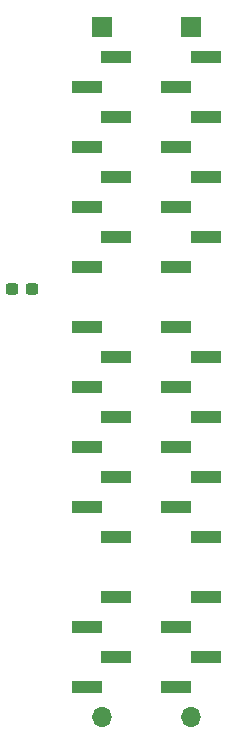
<source format=gbr>
%TF.GenerationSoftware,KiCad,Pcbnew,8.0.4+dfsg-1*%
%TF.CreationDate,2025-03-09T15:23:23+09:00*%
%TF.ProjectId,bionic-mc68hc08az0,62696f6e-6963-42d6-9d63-363868633038,2*%
%TF.SameCoordinates,Original*%
%TF.FileFunction,Soldermask,Bot*%
%TF.FilePolarity,Negative*%
%FSLAX46Y46*%
G04 Gerber Fmt 4.6, Leading zero omitted, Abs format (unit mm)*
G04 Created by KiCad (PCBNEW 8.0.4+dfsg-1) date 2025-03-09 15:23:23*
%MOMM*%
%LPD*%
G01*
G04 APERTURE LIST*
G04 Aperture macros list*
%AMRoundRect*
0 Rectangle with rounded corners*
0 $1 Rounding radius*
0 $2 $3 $4 $5 $6 $7 $8 $9 X,Y pos of 4 corners*
0 Add a 4 corners polygon primitive as box body*
4,1,4,$2,$3,$4,$5,$6,$7,$8,$9,$2,$3,0*
0 Add four circle primitives for the rounded corners*
1,1,$1+$1,$2,$3*
1,1,$1+$1,$4,$5*
1,1,$1+$1,$6,$7*
1,1,$1+$1,$8,$9*
0 Add four rect primitives between the rounded corners*
20,1,$1+$1,$2,$3,$4,$5,0*
20,1,$1+$1,$4,$5,$6,$7,0*
20,1,$1+$1,$6,$7,$8,$9,0*
20,1,$1+$1,$8,$9,$2,$3,0*%
G04 Aperture macros list end*
%ADD10O,1.700000X1.700000*%
%ADD11R,2.510000X1.000000*%
%ADD12R,1.700000X1.700000*%
%ADD13RoundRect,0.237500X0.300000X0.237500X-0.300000X0.237500X-0.300000X-0.237500X0.300000X-0.237500X0*%
G04 APERTURE END LIST*
D10*
%TO.C,J2*%
X92689200Y-139700000D03*
D11*
X91444600Y-137160000D03*
X93933800Y-134620000D03*
X91444600Y-132080000D03*
X93933800Y-129540000D03*
X93933800Y-124460000D03*
X91444600Y-121920000D03*
X93933800Y-119380000D03*
X91444600Y-116840000D03*
X93933800Y-114300000D03*
X91444600Y-111760000D03*
X93933800Y-109220000D03*
X91444600Y-106680000D03*
X91444600Y-101600000D03*
X93933800Y-99060000D03*
X91444600Y-96520000D03*
X93933800Y-93980000D03*
X91444600Y-91440000D03*
X93933800Y-88900000D03*
X91444600Y-86360000D03*
X93933800Y-83820000D03*
D12*
X92689200Y-81280000D03*
%TD*%
D13*
%TO.C,C3*%
X79222600Y-103403400D03*
X77497600Y-103403400D03*
%TD*%
D12*
%TO.C,J1*%
X85110800Y-81280000D03*
D11*
X86355400Y-83820000D03*
X83866200Y-86360000D03*
X86355400Y-88900000D03*
X83866200Y-91440000D03*
X86355400Y-93980000D03*
X83866200Y-96520000D03*
X86355400Y-99060000D03*
X83866200Y-101600000D03*
X83866200Y-106680000D03*
X86355400Y-109220000D03*
X83866200Y-111760000D03*
X86355400Y-114300000D03*
X83866200Y-116840000D03*
X86355400Y-119380000D03*
X83866200Y-121920000D03*
X86355400Y-124460000D03*
X86355400Y-129540000D03*
X83866200Y-132080000D03*
X86355400Y-134620000D03*
X83866200Y-137160000D03*
D10*
X85110800Y-139700000D03*
%TD*%
M02*

</source>
